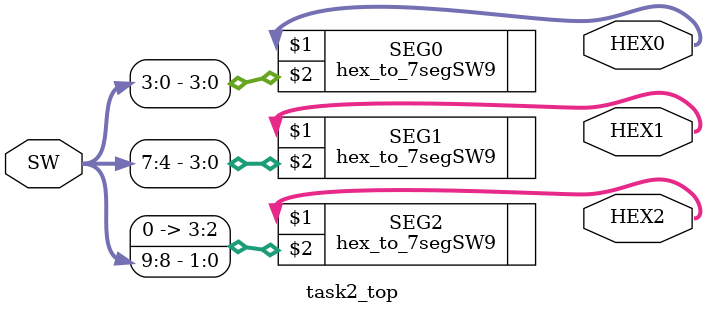
<source format=v>


//Creator: Alyson Zhang

//Version: 2.0

//Date: 3 Nov 2020
//-----------------------------------------------------------------------------------
module task2_top(
	SW,
	HEX0,
	HEX1,
	HEX2
);

	input  [9:0] SW;
	output [6:0] HEX0;
	output [6:0] HEX1;
	output [6:0] HEX2;
	
	
	hex_to_7segSW9		SEG0(HEX0, SW[3:0]);
	hex_to_7segSW9		SEG1(HEX1, SW[7:4]);
	hex_to_7segSW9		SEG2(HEX2, {2'b00,SW[9:8]});
	
endmodule

</source>
